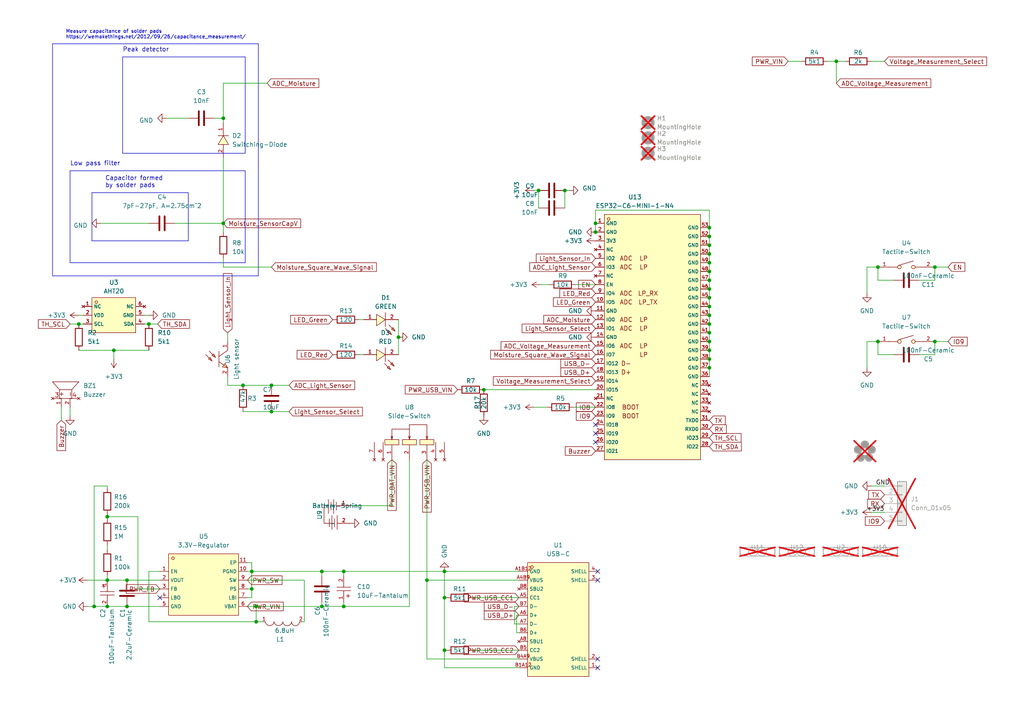
<source format=kicad_sch>
(kicad_sch (version 20230121) (generator eeschema)
  (paper "A4")
  (title_block (title "Blumy") (date "2023-05-12") (rev "1.0"))
  (lib_symbols
    (symbol "Connector_Generic:Conn_01x05" (pin_names (offset 1.016) hide)
      (property "Reference" "J" (at 0 7.62 0))
      (property "Value" "Conn_01x05" (at 0 -7.62 0))
      (symbol "Conn_01x05_1_1"
        (pin passive line (at -5.08 5.08 0) (length 3.81) (name "Pin_1") (number "1"))
        (pin passive line (at -5.08 2.54 0) (length 3.81) (name "Pin_2") (number "2"))
        (pin passive line (at -5.08 0 0) (length 3.81) (name "Pin_3") (number "3"))
        (pin passive line (at -5.08 -2.54 0) (length 3.81) (name "Pin_4") (number "4"))
        (pin passive line (at -5.08 -5.08 0) (length 3.81) (name "Pin_5") (number "5"))
      )
    )
    (symbol "Custom_Parts:AAA_Battery-Spring"
      (property "Reference" "U" (at 0 0 0))
      (symbol "AAA_Battery-Spring_1_1"
        (pin power_out line (at -3.81 -2.54 0) (length 3.81) (name "+") (number "1"))
        (pin power_out line (at -3.81 2.54 0) (length 3.81) (name "-") (number "2"))
      )
    )
    (symbol "Custom_Parts:AHT20-F"
      (property "Reference" "U" (at 0 1.27 0))
      (property "Value" "AHT20-F" (at 0 -2.54 0))
      (symbol "AHT20-F_0_1"
        (pin no_connect line (at -8.89 2.54 0) (length 2.54) (name "NC") (number "1"))
        (pin power_in line (at -8.89 0 0) (length 2.54) (name "VDD") (number "2"))
        (pin bidirectional line (at -8.89 -2.54 0) (length 2.54) (name "SCL") (number "3"))
        (pin bidirectional line (at 8.89 -2.54 180) (length 2.54) (name "SDA") (number "4"))
        (pin power_in line (at 8.89 0 180) (length 2.54) (name "GND") (number "5"))
        (pin no_connect line (at 8.89 2.54 180) (length 2.54) (name "NC") (number "6"))
      )
    )
    (symbol "Custom_Parts:ALS-PT19-315C_Light_Sensor" (pin_names hide)
      (property "Reference" "U" (at 0 1.27 0))
      (property "Value" "ALS-PT19-315C_Light_Sensor" (at 0 -2.54 0))
      (symbol "ALS-PT19-315C_Light_Sensor_1_1"
        (pin passive line (at 1.27 5.08 270) (length 2.54) (name "C") (number "1"))
        (pin passive line (at 1.27 -5.08 90) (length 2.54) (name "E") (number "2"))
      )
    )
    (symbol "Custom_Parts:Buzzer" (pin_names hide)
      (property "Reference" "B" (at 0 1.27 0))
      (property "Value" "Buzzer" (at 0 -2.54 0))
      (symbol "Buzzer_0_1"
        (pin input line (at -3.81 1.27 0) (length 2.54) (name "+") (number "1"))
        (pin power_in line (at -3.81 -1.27 0) (length 2.54) (name "2") (number "2"))
      )
      (symbol "Buzzer_1_1"
        (text "+" (at 0 1.27 0) (effects (font (size 1.27 1.27))))
        (text "-" (at 0 -1.27 0) (effects (font (size 1.27 1.27))))
        (pin no_connect line (at -1.27 3.81 270) (length 2.54) (name "NC") (number "3"))
        (pin no_connect line (at -1.27 -3.81 90) (length 2.54) (name "NC") (number "4"))
      )
    )
    (symbol "Custom_Parts:CD32YP0302-6R8M" (pin_names hide)
      (property "Reference" "L" (at 0 1.27 0))
      (property "Value" "CD32YP0302-6R8M" (at 0 -2.54 0))
      (symbol "CD32YP0302-6R8M_0_1"
        (pin passive line (at -5.08 0 0) (length 0.762) (name "1") (number "1"))
        (pin passive line (at 6.35 0 180) (length 0.762) (name "2") (number "2"))
      )
    )
    (symbol "Custom_Parts:ESP32-C6-MINI-1-N4"
      (property "Reference" "U" (at 0 41.91 0))
      (property "Value" "ESP32-C6-MINI-1-N4" (at 0 39.37 0))
      (symbol "ESP32-C6-MINI-1-N4_0_1"
        (pin bidirectional line (at -11.43 10.16 0) (length 2.54) (name "IO5") (number "10"))
        (pin power_in line (at -11.43 7.62 0) (length 2.54) (name "GND") (number "11"))
        (pin bidirectional line (at -11.43 5.08 0) (length 2.54) (name "IO0") (number "12"))
        (pin bidirectional line (at -11.43 2.54 0) (length 2.54) (name "IO1") (number "13"))
        (pin power_in line (at -11.43 0 0) (length 2.54) (name "GND") (number "14"))
        (pin bidirectional line (at -11.43 -2.54 0) (length 2.54) (name "IO6") (number "15"))
        (pin bidirectional line (at -11.43 -5.08 0) (length 2.54) (name "IO7") (number "16"))
        (pin bidirectional line (at -11.43 -7.62 0) (length 2.54) (name "IO12") (number "17"))
        (pin bidirectional line (at -11.43 -10.16 0) (length 2.54) (name "IO13") (number "18"))
        (pin bidirectional line (at -11.43 -12.7 0) (length 2.54) (name "IO14") (number "19"))
        (pin bidirectional line (at -11.43 -15.24 0) (length 2.54) (name "IO15") (number "20"))
        (pin no_connect line (at -11.43 -17.78 0) (length 2.54) (name "NC") (number "21"))
        (pin bidirectional line (at -11.43 -20.32 0) (length 2.54) (name "IO8") (number "22"))
        (pin bidirectional line (at -11.43 -22.86 0) (length 2.54) (name "IO9") (number "23"))
        (pin bidirectional line (at -11.43 -25.4 0) (length 2.54) (name "IO18") (number "24"))
        (pin bidirectional line (at -11.43 -27.94 0) (length 2.54) (name "IO19") (number "25"))
        (pin bidirectional line (at -11.43 -30.48 0) (length 2.54) (name "IO20") (number "26"))
        (pin bidirectional line (at -11.43 -33.02 0) (length 2.54) (name "IO21") (number "27"))
        (pin bidirectional line (at 21.59 -31.75 180) (length 2.54) (name "IO22") (number "28"))
        (pin bidirectional line (at 21.59 -29.21 180) (length 2.54) (name "IO23") (number "29"))
        (pin bidirectional line (at 21.59 -26.67 180) (length 2.54) (name "RXD0") (number "30"))
        (pin bidirectional line (at 21.59 -24.13 180) (length 2.54) (name "TXD0") (number "31"))
        (pin no_connect line (at 21.59 -21.59 180) (length 2.54) (name "NC") (number "32"))
        (pin no_connect line (at 21.59 -19.05 180) (length 2.54) (name "NC") (number "33"))
        (pin no_connect line (at 21.59 -16.51 180) (length 2.54) (name "NC") (number "34"))
        (pin no_connect line (at 21.59 -13.97 180) (length 2.54) (name "NC") (number "35"))
        (pin power_in line (at 21.59 -11.43 180) (length 2.54) (name "GND") (number "36"))
        (pin power_in line (at 21.59 -8.89 180) (length 2.54) (name "GND") (number "37"))
        (pin power_in line (at 21.59 -6.35 180) (length 2.54) (name "GND") (number "38"))
        (pin power_in line (at 21.59 -3.81 180) (length 2.54) (name "GND") (number "39"))
        (pin power_in line (at 21.59 -1.27 180) (length 2.54) (name "GND") (number "40"))
        (pin power_in line (at 21.59 1.27 180) (length 2.54) (name "GND") (number "41"))
        (pin power_in line (at 21.59 3.81 180) (length 2.54) (name "GND") (number "42"))
        (pin power_in line (at 21.59 6.35 180) (length 2.54) (name "GND") (number "43"))
        (pin power_in line (at 21.59 8.89 180) (length 2.54) (name "GND") (number "44"))
        (pin power_in line (at 21.59 11.43 180) (length 2.54) (name "GND") (number "45"))
        (pin power_in line (at 21.59 13.97 180) (length 2.54) (name "GND") (number "46"))
        (pin power_in line (at 21.59 16.51 180) (length 2.54) (name "GND") (number "47"))
        (pin power_in line (at 21.59 19.05 180) (length 2.54) (name "GND") (number "48"))
        (pin power_in line (at 21.59 21.59 180) (length 2.54) (name "GND") (number "49"))
        (pin bidirectional line (at -11.43 22.86 0) (length 2.54) (name "IO2") (number "5"))
        (pin power_in line (at 21.59 24.13 180) (length 2.54) (name "GND") (number "50"))
        (pin power_in line (at 21.59 26.67 180) (length 2.54) (name "GND") (number "51"))
        (pin power_in line (at 21.59 29.21 180) (length 2.54) (name "GND") (number "52"))
        (pin power_in line (at 21.59 31.75 180) (length 2.54) (name "GND") (number "53"))
        (pin bidirectional line (at -11.43 20.32 0) (length 2.54) (name "IO3") (number "6"))
        (pin no_connect line (at -11.43 17.78 0) (length 2.54) (name "NC") (number "7"))
        (pin input line (at -11.43 15.24 0) (length 2.54) (name "EN") (number "8"))
        (pin bidirectional line (at -11.43 12.7 0) (length 2.54) (name "IO4") (number "9"))
      )
      (symbol "ESP32-C6-MINI-1-N4_1_1"
        (text "ADC" (at -2.54 -2.54 0) (effects (font (size 1.27 1.27))))
        (text "ADC" (at -2.54 2.54 0) (effects (font (size 1.27 1.27))))
        (text "ADC" (at -2.54 5.08 0) (effects (font (size 1.27 1.27))))
        (text "ADC" (at -2.54 10.16 0) (effects (font (size 1.27 1.27))))
        (text "ADC" (at -2.54 12.7 0) (effects (font (size 1.27 1.27))))
        (text "ADC" (at -2.54 20.32 0) (effects (font (size 1.27 1.27))))
        (text "ADC" (at -2.54 22.86 0) (effects (font (size 1.27 1.27))))
        (text "BOOT" (at -1.27 -22.86 0) (effects (font (size 1.27 1.27))))
        (text "BOOT" (at -1.27 -20.32 0) (effects (font (size 1.27 1.27))))
        (text "D+" (at -2.54 -10.16 0) (effects (font (size 1.27 1.27))))
        (text "D-" (at -2.54 -7.62 0) (effects (font (size 1.27 1.27))))
        (text "LP" (at 2.54 -5.08 0) (effects (font (size 1.27 1.27))))
        (text "LP" (at 2.54 -2.54 0) (effects (font (size 1.27 1.27))))
        (text "LP" (at 2.54 2.54 0) (effects (font (size 1.27 1.27))))
        (text "LP" (at 2.54 5.08 0) (effects (font (size 1.27 1.27))))
        (text "LP" (at 2.54 20.32 0) (effects (font (size 1.27 1.27))))
        (text "LP" (at 2.54 22.86 0) (effects (font (size 1.27 1.27))))
        (text "LP_RX" (at 3.81 12.7 0) (effects (font (size 1.27 1.27))))
        (text "LP_TX" (at 3.81 10.16 0) (effects (font (size 1.27 1.27))))
        (pin power_in line (at -11.43 33.02 0) (length 2.54) (name "GND") (number "1"))
        (pin power_in line (at -11.43 30.48 0) (length 2.54) (name "GND") (number "2"))
        (pin power_in line (at -11.43 27.94 0) (length 2.54) (name "3V3") (number "3"))
        (pin no_connect line (at -11.43 25.4 0) (length 2.54) (name "NC") (number "4"))
      )
    )
    (symbol "Custom_Parts:Flower" (pin_names (offset 1.016)))
    (symbol "Custom_Parts:HC-TYPE-C-16P-01A-G"
      (property "Reference" "U" (at 0 1.27 0))
      (property "Value" "HC-TYPE-C-16P-01A-G" (at 0 -2.54 0))
      (symbol "HC-TYPE-C-16P-01A-G_0_1"
        (pin passive line (at 10.16 -12.7 180) (length 2.54) (name "SHELL") (number "1"))
        (pin passive line (at 10.16 -10.16 180) (length 2.54) (name "SHELL") (number "2"))
        (pin passive line (at 10.16 12.7 180) (length 2.54) (name "SHELL") (number "3"))
        (pin passive line (at 10.16 15.24 180) (length 2.54) (name "SHELL") (number "4"))
        (pin power_out line (at -12.7 15.24 0) (length 2.54) (name "GND") (number "A1B12"))
        (pin power_out line (at -12.7 12.7 0) (length 2.54) (name "VBUS") (number "A4B9"))
        (pin passive line (at -12.7 7.62 0) (length 2.54) (name "CC1") (number "A5"))
        (pin bidirectional line (at -12.7 2.54 0) (length 2.54) (name "D+") (number "A6"))
        (pin bidirectional line (at -12.7 0 0) (length 2.54) (name "D-") (number "A7"))
        (pin no_connect line (at -12.7 -5.08 0) (length 2.54) (name "SBU1") (number "A8"))
        (pin power_in line (at -12.7 -12.7 0) (length 2.54) (name "GND") (number "B1A12"))
        (pin power_in line (at -12.7 -10.16 0) (length 2.54) (name "VBUS") (number "B4A9"))
        (pin passive line (at -12.7 -7.62 0) (length 2.54) (name "CC2") (number "B5"))
        (pin bidirectional line (at -12.7 -2.54 0) (length 2.54) (name "D+") (number "B6"))
        (pin bidirectional line (at -12.7 5.08 0) (length 2.54) (name "D-") (number "B7"))
        (pin no_connect line (at -12.7 10.16 0) (length 2.54) (name "SBU2") (number "B8"))
      )
    )
    (symbol "Custom_Parts:Led_Green" (pin_names hide)
      (property "Reference" "LED" (at 0 1.27 0))
      (property "Value" "Led_Green" (at 0 -2.54 0))
      (symbol "Led_Green_1_1"
        (pin passive line (at 5.08 0 180) (length 3.81) (name "A") (number "1"))
        (pin passive line (at -5.08 0 0) (length 3.81) (name "K") (number "2"))
      )
    )
    (symbol "Custom_Parts:Led_Red" (pin_names hide)
      (property "Reference" "LED" (at 0 1.27 0))
      (property "Value" "Led_Red" (at 0 -2.54 0))
      (symbol "Led_Red_0_1"
        (pin passive line (at 5.08 0 180) (length 3.81) (name "+") (number "1"))
        (pin passive line (at -5.08 0 0) (length 3.81) (name "-") (number "2"))
      )
    )
    (symbol "Custom_Parts:MK-12C02-G025" (pin_names hide)
      (property "Reference" "U" (at 0 1.27 0))
      (property "Value" "MK-12C02-G025" (at 0 -2.54 0))
      (symbol "MK-12C02-G025_0_1"
        (pin no_connect line (at 7.62 -5.08 90) (length 5.08) (name "4") (number "4"))
        (pin no_connect line (at 10.16 -5.08 90) (length 5.08) (name "5") (number "5"))
        (pin no_connect line (at -7.62 -5.08 90) (length 5.08) (name "6") (number "6"))
        (pin no_connect line (at -10.16 -5.08 90) (length 5.08) (name "7") (number "7"))
      )
      (symbol "MK-12C02-G025_1_1"
        (pin power_in line (at -5.08 -5.08 90) (length 4.318) (name "1") (number "1"))
        (pin power_out line (at 0 -5.08 90) (length 4.318) (name "2") (number "2"))
        (pin power_in line (at 5.08 -5.08 90) (length 4.318) (name "3") (number "3"))
      )
    )
    (symbol "Custom_Parts:MouseBite5mm"
      (property "Reference" "U" (at 0 0 0))
    )
    (symbol "Custom_Parts:SOD-123-Switching-Diode" (pin_names hide)
      (property "Reference" "U" (at 0 1.27 0))
      (property "Value" "SOD-123-Switching-Diode" (at 0 -2.54 0))
      (symbol "SOD-123-Switching-Diode_1_1"
        (pin passive line (at -5.08 0 0) (length 3.81) (name "K") (number "1"))
        (pin passive line (at 5.08 0 180) (length 3.81) (name "A") (number "2"))
      )
    )
    (symbol "Custom_Parts:TAJA106K016RNJ" (pin_names hide)
      (property "Reference" "C" (at 0 1.27 0))
      (property "Value" "TAJA106K016RNJ" (at 0 -2.54 0))
      (symbol "TAJA106K016RNJ_0_1"
        (pin input line (at 3.81 0 180) (length 2.54) (name "1") (number "1"))
        (pin input line (at -3.81 0 0) (length 2.54) (name "2") (number "2"))
      )
    )
    (symbol "Custom_Parts:TAJB107K006RNJ" (pin_names hide)
      (property "Reference" "C" (at 0 1.27 0))
      (property "Value" "TAJB107K006RNJ" (at 0 -2.54 0))
      (symbol "TAJB107K006RNJ_0_1"
        (pin input line (at 3.81 0 180) (length 2.54) (name "1") (number "1"))
        (pin input line (at -3.81 0 0) (length 2.54) (name "2") (number "2"))
      )
    )
    (symbol "Custom_Parts:TPS61025DRCR"
      (property "Reference" "U" (at 0 1.27 0))
      (property "Value" "TPS61025DRCR" (at 0 -2.54 0))
      (symbol "TPS61025DRCR_0_1"
        (pin input line (at -12.7 2.54 0) (length 2.54) (name "EN") (number "1"))
        (pin power_in line (at 12.7 2.54 180) (length 2.54) (name "PGND") (number "10"))
        (pin passive line (at 12.7 5.08 180) (length 2.54) (name "EP") (number "11"))
        (pin power_out line (at -12.7 0 0) (length 2.54) (name "VOUT") (number "2"))
        (pin passive line (at -12.7 -2.54 0) (length 2.54) (name "FB") (number "3"))
        (pin passive line (at -12.7 -5.08 0) (length 2.54) (name "LBO") (number "4"))
        (pin power_in line (at -12.7 -7.62 0) (length 2.54) (name "GND") (number "5"))
        (pin power_in line (at 12.7 -7.62 180) (length 2.54) (name "VBAT") (number "6"))
        (pin passive line (at 12.7 -5.08 180) (length 2.54) (name "LBI") (number "7"))
        (pin input line (at 12.7 -2.54 180) (length 2.54) (name "PS") (number "8"))
        (pin input line (at 12.7 0 180) (length 2.54) (name "SW") (number "9"))
      )
    )
    (symbol "Custom_Parts:TS-1088-AR02016" (pin_names hide)
      (property "Reference" "U" (at 0 1.27 0))
      (property "Value" "TS-1088-AR02016" (at 0 -2.54 0))
      (symbol "TS-1088-AR02016_0_1"
        (pin passive line (at -7.62 0 0) (length 2.54) (name "1") (number "1"))
        (pin passive line (at 7.62 0 180) (length 2.54) (name "2") (number "2"))
      )
    )
    (symbol "Device:C" (pin_numbers hide) (pin_names (offset 0.254))
      (property "Reference" "C" (at 0.635 2.54 0))
      (property "Value" "C" (at 0.635 -2.54 0))
      (symbol "C_1_1"
        (pin passive line (at 0 3.81 270) (length 2.794) (name "~") (number "1"))
        (pin passive line (at 0 -3.81 90) (length 2.794) (name "~") (number "2"))
      )
    )
    (symbol "Device:R" (pin_numbers hide) (pin_names (offset 0))
      (property "Reference" "R" (at 2.032 0 90))
      (property "Value" "R" (at 0 0 90))
      (symbol "R_1_1"
        (pin passive line (at 0 3.81 270) (length 1.27) (name "~") (number "1"))
        (pin passive line (at 0 -3.81 90) (length 1.27) (name "~") (number "2"))
      )
    )
    (symbol "Mechanical:MountingHole" (pin_names (offset 1.016))
      (property "Reference" "H" (at 0 5.08 0))
      (property "Value" "MountingHole" (at 0 3.175 0))
    )
    (symbol "power:+3V3" (power) (pin_names (offset 0))
      (property "Value" "+3V3" (at 0 3.556 0))
      (symbol "+3V3_1_1"
        (pin power_in line (at 0 0 90) (length 0) hide (name "+3V3") (number "1"))
      )
    )
    (symbol "power:GND" (power) (pin_names (offset 0))
      (property "Value" "GND" (at 0 -3.81 0))
      (symbol "GND_1_1"
        (pin power_in line (at 0 0 270) (length 0) hide (name "GND") (number "1"))
      )
    )
  )
  (junction (at 205.74 81.28))
  (junction (at 254.635 99.06))
  (junction (at 205.74 101.6))
  (junction (at 205.74 83.82))
  (junction (at 99.695 175.895))
  (junction (at 242.57 17.78))
  (junction (at 73.025 170.815))
  (junction (at 115.57 97.79))
  (junction (at 73.025 165.735))
  (junction (at 93.345 165.735))
  (junction (at 254.635 77.47))
  (junction (at 36.83 175.895))
  (junction (at 205.74 93.98))
  (junction (at 33.02 101.6))
  (junction (at 205.74 68.58))
  (junction (at 78.74 111.76))
  (junction (at 163.83 55.245))
  (junction (at 205.74 91.44))
  (junction (at 78.74 119.38))
  (junction (at 205.74 71.12))
  (junction (at 205.74 86.36))
  (junction (at 123.825 168.275))
  (junction (at 93.345 175.895))
  (junction (at 43.18 93.98))
  (junction (at 205.74 88.9))
  (junction (at 205.74 66.04))
  (junction (at 205.74 78.74))
  (junction (at 205.74 73.66))
  (junction (at 205.74 96.52))
  (junction (at 31.115 175.895))
  (junction (at 271.145 99.06))
  (junction (at 36.83 168.275))
  (junction (at 205.74 106.68))
  (junction (at 31.115 168.275))
  (junction (at 156.21 55.245))
  (junction (at 31.115 149.86))
  (junction (at 27.305 175.895))
  (junction (at 205.74 104.14))
  (junction (at 22.86 93.98))
  (junction (at 64.77 64.77))
  (junction (at 128.905 188.595))
  (junction (at 74.295 180.34))
  (junction (at 172.72 64.77))
  (junction (at 128.905 173.355))
  (junction (at 172.72 67.31))
  (junction (at 99.695 165.735))
  (junction (at 64.77 34.29))
  (junction (at 205.74 76.2))
  (junction (at 205.74 99.06))
  (junction (at 271.145 77.47))
  (junction (at 140.335 113.03))
  (junction (at 70.485 111.76))
  (junction (at 128.905 165.735))
  (junction (at 74.295 175.895))
  (no_connect (at 173.355 168.275))
  (no_connect (at 173.355 165.735))
  (no_connect (at 46.355 173.355))
  (no_connect (at 173.355 191.135))
  (no_connect (at 173.355 193.675))
  (no_connect (at 172.72 125.73))
  (no_connect (at 172.72 123.19))
  (no_connect (at 172.72 128.27))
  (wire (pts (xy 128.905 188.595) (xy 128.905 193.675)))
  (wire (pts (xy 73.025 163.195) (xy 73.025 165.735)))
  (wire (pts (xy 66.04 109.22) (xy 66.04 111.76)))
  (wire (pts (xy 101.6 146.685) (xy 113.665 146.685)))
  (wire (pts (xy 99.695 175.895) (xy 118.745 175.895)))
  (wire (pts (xy 104.14 92.71) (xy 105.41 92.71)))
  (wire (pts (xy 205.74 96.52) (xy 205.74 99.06)))
  (wire (pts (xy 123.825 191.135) (xy 150.495 191.135)))
  (polyline (pts (xy 20.32 76.2) (xy 71.12 76.2)))
  (polyline (pts (xy 26.67 55.88) (xy 26.67 69.85)))
  (wire (pts (xy 159.385 82.55) (xy 156.845 82.55)))
  (wire (pts (xy 128.905 173.355) (xy 128.905 188.595)))
  (wire (pts (xy 205.74 91.44) (xy 205.74 93.98)))
  (wire (pts (xy 205.74 60.96) (xy 205.74 66.04)))
  (wire (pts (xy 31.115 158.115) (xy 31.115 159.385)))
  (polyline (pts (xy 54.61 69.85) (xy 54.61 55.88)))
  (wire (pts (xy 271.145 102.87) (xy 271.145 99.06)))
  (wire (pts (xy 205.74 99.06) (xy 205.74 101.6)))
  (wire (pts (xy 205.74 78.74) (xy 205.74 81.28)))
  (wire (pts (xy 240.03 17.78) (xy 242.57 17.78)))
  (wire (pts (xy 228.6 17.78) (xy 232.41 17.78)))
  (wire (pts (xy 33.02 101.6) (xy 43.18 101.6)))
  (wire (pts (xy 172.72 64.77) (xy 172.72 60.96)))
  (wire (pts (xy 78.74 119.38) (xy 83.82 119.38)))
  (wire (pts (xy 270.51 77.47) (xy 271.145 77.47)))
  (wire (pts (xy 71.755 165.735) (xy 73.025 165.735)))
  (wire (pts (xy 104.14 102.87) (xy 105.41 102.87)))
  (wire (pts (xy 205.74 68.58) (xy 205.74 71.12)))
  (polyline (pts (xy 15.24 12.7) (xy 74.93 12.7)))
  (wire (pts (xy 48.26 34.29) (xy 54.61 34.29)))
  (wire (pts (xy 22.86 93.98) (xy 24.13 93.98)))
  (wire (pts (xy 43.18 165.735) (xy 43.18 180.34)))
  (wire (pts (xy 205.74 106.68) (xy 205.74 109.22)))
  (wire (pts (xy 43.18 93.98) (xy 41.91 93.98)))
  (wire (pts (xy 93.345 174.625) (xy 93.345 175.895)))
  (wire (pts (xy 64.77 74.93) (xy 64.77 77.47)))
  (wire (pts (xy 150.495 175.895) (xy 149.225 175.895)))
  (wire (pts (xy 254.635 99.06) (xy 255.27 99.06)))
  (wire (pts (xy 140.335 113.03) (xy 172.72 113.03)))
  (wire (pts (xy 128.905 188.595) (xy 129.54 188.595)))
  (wire (pts (xy 22.86 91.44) (xy 24.13 91.44)))
  (wire (pts (xy 251.46 77.47) (xy 251.46 85.09)))
  (wire (pts (xy 31.115 141.605) (xy 31.115 140.97)))
  (wire (pts (xy 70.485 111.76) (xy 78.74 111.76)))
  (wire (pts (xy 128.905 165.735) (xy 128.905 173.355)))
  (wire (pts (xy 64.77 24.13) (xy 77.47 24.13)))
  (wire (pts (xy 66.04 111.76) (xy 70.485 111.76)))
  (wire (pts (xy 25.4 175.895) (xy 27.305 175.895)))
  (wire (pts (xy 252.73 140.97) (xy 256.54 140.97)))
  (wire (pts (xy 163.83 55.245) (xy 163.83 60.325)))
  (wire (pts (xy 123.825 133.35) (xy 123.825 168.275)))
  (wire (pts (xy 205.74 86.36) (xy 205.74 88.9)))
  (wire (pts (xy 46.355 170.815) (xy 40.005 170.815)))
  (wire (pts (xy 205.74 71.12) (xy 205.74 73.66)))
  (wire (pts (xy 205.74 83.82) (xy 205.74 86.36)))
  (polyline (pts (xy 15.24 80.01) (xy 74.93 80.01)))
  (wire (pts (xy 76.2 180.34) (xy 74.295 180.34)))
  (wire (pts (xy 99.695 165.735) (xy 128.905 165.735)))
  (wire (pts (xy 149.86 178.435) (xy 150.495 178.435)))
  (wire (pts (xy 36.83 175.895) (xy 46.355 175.895)))
  (wire (pts (xy 137.16 188.595) (xy 150.495 188.595)))
  (wire (pts (xy 31.115 168.275) (xy 36.83 168.275)))
  (wire (pts (xy 137.16 173.355) (xy 150.495 173.355)))
  (wire (pts (xy 251.46 99.06) (xy 251.46 106.68)))
  (wire (pts (xy 25.4 168.275) (xy 31.115 168.275)))
  (wire (pts (xy 205.74 88.9) (xy 205.74 91.44)))
  (wire (pts (xy 41.91 91.44) (xy 43.18 91.44)))
  (wire (pts (xy 149.225 180.975) (xy 150.495 180.975)))
  (wire (pts (xy 172.72 64.77) (xy 172.72 67.31)))
  (wire (pts (xy 205.74 93.98) (xy 205.74 96.52)))
  (wire (pts (xy 31.115 149.86) (xy 40.005 149.86)))
  (wire (pts (xy 99.695 175.895) (xy 99.695 174.625)))
  (wire (pts (xy 17.78 118.11) (xy 17.78 121.92)))
  (wire (pts (xy 113.665 146.685) (xy 113.665 133.35)))
  (wire (pts (xy 271.145 81.28) (xy 271.145 77.47)))
  (wire (pts (xy 252.73 17.78) (xy 256.54 17.78)))
  (wire (pts (xy 31.115 175.895) (xy 36.83 175.895)))
  (wire (pts (xy 88.265 168.275) (xy 88.265 180.34)))
  (wire (pts (xy 46.355 165.735) (xy 43.18 165.735)))
  (wire (pts (xy 115.57 97.79) (xy 115.57 102.87)))
  (wire (pts (xy 29.21 64.77) (xy 43.18 64.77)))
  (wire (pts (xy 242.57 17.78) (xy 242.57 24.13)))
  (wire (pts (xy 20.32 118.11) (xy 20.32 120.65)))
  (polyline (pts (xy 20.32 49.53) (xy 71.12 49.53)))
  (wire (pts (xy 254.635 102.87) (xy 254.635 99.06)))
  (wire (pts (xy 165.1 55.245) (xy 163.83 55.245)))
  (wire (pts (xy 252.73 148.59) (xy 256.54 148.59)))
  (wire (pts (xy 205.74 81.28) (xy 205.74 83.82)))
  (wire (pts (xy 64.77 77.47) (xy 78.74 77.47)))
  (wire (pts (xy 254.635 81.28) (xy 254.635 77.47)))
  (wire (pts (xy 128.905 173.355) (xy 129.54 173.355)))
  (wire (pts (xy 31.115 149.86) (xy 31.115 150.495)))
  (wire (pts (xy 128.905 193.675) (xy 150.495 193.675)))
  (wire (pts (xy 74.295 180.34) (xy 74.295 175.895)))
  (polyline (pts (xy 15.24 80.01) (xy 15.24 12.7)))
  (wire (pts (xy 271.145 77.47) (xy 274.955 77.47)))
  (wire (pts (xy 64.77 24.13) (xy 64.77 34.29)))
  (wire (pts (xy 205.74 66.04) (xy 205.74 68.58)))
  (wire (pts (xy 43.18 180.34) (xy 74.295 180.34)))
  (wire (pts (xy 172.72 118.11) (xy 166.37 118.11)))
  (wire (pts (xy 36.83 168.275) (xy 46.355 168.275)))
  (wire (pts (xy 271.145 99.06) (xy 274.955 99.06)))
  (wire (pts (xy 123.825 168.275) (xy 150.495 168.275)))
  (wire (pts (xy 20.32 93.98) (xy 22.86 93.98)))
  (wire (pts (xy 205.74 76.2) (xy 205.74 78.74)))
  (polyline (pts (xy 26.67 55.88) (xy 54.61 55.88)))
  (wire (pts (xy 33.02 101.6) (xy 33.02 104.14)))
  (polyline (pts (xy 20.32 49.53) (xy 20.32 76.2)))
  (wire (pts (xy 266.7 81.28) (xy 271.145 81.28)))
  (wire (pts (xy 259.08 81.28) (xy 254.635 81.28)))
  (wire (pts (xy 150.495 165.735) (xy 128.905 165.735)))
  (wire (pts (xy 172.72 82.55) (xy 167.005 82.55)))
  (wire (pts (xy 73.025 173.355) (xy 73.025 170.815)))
  (wire (pts (xy 62.23 34.29) (xy 64.77 34.29)))
  (wire (pts (xy 266.7 102.87) (xy 271.145 102.87)))
  (wire (pts (xy 31.115 167.005) (xy 31.115 168.275)))
  (polyline (pts (xy 26.67 69.85) (xy 54.61 69.85)))
  (polyline (pts (xy 35.56 44.45) (xy 71.12 44.45)))
  (polyline (pts (xy 35.56 16.51) (xy 35.56 44.45)))
  (wire (pts (xy 64.77 67.31) (xy 64.77 64.77)))
  (wire (pts (xy 40.005 170.815) (xy 40.005 149.86)))
  (wire (pts (xy 149.225 175.895) (xy 149.225 180.975)))
  (wire (pts (xy 205.74 73.66) (xy 205.74 76.2)))
  (wire (pts (xy 64.77 34.29) (xy 64.77 35.56)))
  (wire (pts (xy 115.57 92.71) (xy 115.57 97.79)))
  (wire (pts (xy 74.295 175.895) (xy 93.345 175.895)))
  (wire (pts (xy 74.295 175.895) (xy 71.755 175.895)))
  (wire (pts (xy 172.72 60.96) (xy 205.74 60.96)))
  (wire (pts (xy 99.695 165.735) (xy 99.695 167.005)))
  (wire (pts (xy 123.825 168.275) (xy 123.825 191.135)))
  (wire (pts (xy 71.755 173.355) (xy 73.025 173.355)))
  (wire (pts (xy 27.305 175.895) (xy 31.115 175.895)))
  (wire (pts (xy 50.8 64.77) (xy 64.77 64.77)))
  (wire (pts (xy 31.115 149.225) (xy 31.115 149.86)))
  (wire (pts (xy 66.04 96.52) (xy 66.04 99.06)))
  (wire (pts (xy 71.755 163.195) (xy 73.025 163.195)))
  (wire (pts (xy 78.74 111.76) (xy 83.82 111.76)))
  (wire (pts (xy 118.745 133.35) (xy 118.745 175.895)))
  (wire (pts (xy 93.345 165.735) (xy 93.345 167.005)))
  (wire (pts (xy 71.755 170.815) (xy 73.025 170.815)))
  (wire (pts (xy 150.495 183.515) (xy 149.86 183.515)))
  (wire (pts (xy 73.025 170.815) (xy 73.025 165.735)))
  (wire (pts (xy 64.77 45.72) (xy 64.77 64.77)))
  (wire (pts (xy 71.755 168.275) (xy 88.265 168.275)))
  (wire (pts (xy 31.115 140.97) (xy 27.305 140.97)))
  (wire (pts (xy 251.46 99.06) (xy 254.635 99.06)))
  (wire (pts (xy 149.86 183.515) (xy 149.86 178.435)))
  (wire (pts (xy 242.57 17.78) (xy 245.11 17.78)))
  (wire (pts (xy 158.75 118.11) (xy 154.94 118.11)))
  (wire (pts (xy 27.305 140.97) (xy 27.305 175.895)))
  (wire (pts (xy 254.635 77.47) (xy 255.27 77.47)))
  (wire (pts (xy 88.265 180.34) (xy 87.63 180.34)))
  (polyline (pts (xy 71.12 16.51) (xy 35.56 16.51)))
  (wire (pts (xy 22.86 101.6) (xy 33.02 101.6)))
  (wire (pts (xy 93.345 175.895) (xy 99.695 175.895)))
  (wire (pts (xy 205.74 104.14) (xy 205.74 106.68)))
  (polyline (pts (xy 71.12 76.2) (xy 71.12 49.53)))
  (wire (pts (xy 156.21 55.245) (xy 156.21 60.325)))
  (wire (pts (xy 73.025 165.735) (xy 93.345 165.735)))
  (polyline (pts (xy 71.12 16.51) (xy 71.12 44.45)))
  (wire (pts (xy 259.08 102.87) (xy 254.635 102.87)))
  (wire (pts (xy 45.72 93.98) (xy 43.18 93.98)))
  (polyline (pts (xy 74.93 12.7) (xy 74.93 80.01)))
  (wire (pts (xy 93.345 165.735) (xy 99.695 165.735)))
  (wire (pts (xy 251.46 77.47) (xy 254.635 77.47)))
  (wire (pts (xy 205.74 101.6) (xy 205.74 104.14)))
  (wire (pts (xy 70.485 119.38) (xy 78.74 119.38)))
  (wire (pts (xy 154.94 55.245) (xy 156.21 55.245)))
  (wire (pts (xy 270.51 99.06) (xy 271.145 99.06)))
  (text "Capacitor formed\nby solder pads" (at 30.48 54.61 0) (effects (font (size 1.27 1.27)) (justify left bottom)))
  (text "Measure capacitance of solder pads\nhttps://wemakethings.net/2012/09/26/capacitance_measurement/" (at 19.05 11.43 0) (effects (font (size 1 1)) (justify left bottom)))
  (text "Peak detector" (at 35.56 15.24 0) (effects (font (size 1.27 1.27)) (justify left bottom)))
  (text "Low pass filter" (at 20.32 48.26 0) (effects (font (size 1.27 1.27)) (justify left bottom)))
  (label "+3V3" (at 256.54 148.59 180))
  (label "GND" (at 254 140.97 0))
  (global_label "Light_Sensor_Select" (shape input) (at 83.82 119.38 0) (property "Intersheetrefs" "${INTERSHEET_REFS}" (effects hide)))
  (global_label "IO9" (shape input) (at 274.955 99.06 0) (property "Intersheetrefs" "${INTERSHEET_REFS}" (effects hide)))
  (global_label "Buzzer" (shape input) (at 172.72 130.81 180) (property "Intersheetrefs" "${INTERSHEET_REFS}" (effects hide)))
  (global_label "USB_D+" (shape input) (at 172.72 107.95 180) (property "Intersheetrefs" "${INTERSHEET_REFS}" (effects hide)))
  (global_label "USB_D-" (shape input) (at 150.495 175.895 180) (property "Intersheetrefs" "${INTERSHEET_REFS}" (effects hide)))
  (global_label "ADC_Moisture" (shape input) (at 77.47 24.13 0) (property "Intersheetrefs" "${INTERSHEET_REFS}" (effects hide)))
  (global_label "Buzzer" (shape input) (at 17.78 121.92 270) (property "Intersheetrefs" "${INTERSHEET_REFS}" (effects hide)))
  (global_label "PWR_USB_VIN" (shape input) (at 132.715 113.03 180) (property "Intersheetrefs" "${INTERSHEET_REFS}" (effects hide)))
  (global_label "ADC_Voltage_Measurement" (shape input) (at 172.72 100.33 180) (property "Intersheetrefs" "${INTERSHEET_REFS}" (effects hide)))
  (global_label "ADC_Voltage_Measurement" (shape input) (at 242.57 24.13 0) (property "Intersheetrefs" "${INTERSHEET_REFS}" (effects hide)))
  (global_label "Voltage_Measurement_Select" (shape input) (at 172.72 110.49 180) (property "Intersheetrefs" "${INTERSHEET_REFS}" (effects hide)))
  (global_label "TH_SCL" (shape input) (at 205.74 127 0) (property "Intersheetrefs" "${INTERSHEET_REFS}" (effects hide)))
  (global_label "TX" (shape input) (at 256.54 143.51 180) (property "Intersheetrefs" "${INTERSHEET_REFS}" (effects hide)))
  (global_label "PWR_BAT_VIN" (shape input) (at 113.665 133.35 270) (property "Intersheetrefs" "${INTERSHEET_REFS}" (effects hide)))
  (global_label "PWR_VIN" (shape input) (at 228.6 17.78 180) (property "Intersheetrefs" "${INTERSHEET_REFS}" (effects hide)))
  (global_label "ADC_Light_Sensor" (shape input) (at 83.82 111.76 0) (property "Intersheetrefs" "${INTERSHEET_REFS}" (effects hide)))
  (global_label "PWR_USB_CC1" (shape input) (at 150.495 173.355 180) (property "Intersheetrefs" "${INTERSHEET_REFS}" (effects hide)))
  (global_label "LED_Red" (shape input) (at 96.52 102.87 180) (property "Intersheetrefs" "${INTERSHEET_REFS}" (effects hide)))
  (global_label "PWR_USB_CC2" (shape input) (at 150.495 188.595 180) (property "Intersheetrefs" "${INTERSHEET_REFS}" (effects hide)))
  (global_label "RX" (shape input) (at 256.54 146.05 180) (property "Intersheetrefs" "${INTERSHEET_REFS}" (effects hide)))
  (global_label "ADC_Moisture" (shape input) (at 172.72 92.71 180) (property "Intersheetrefs" "${INTERSHEET_REFS}" (effects hide)))
  (global_label "LED_Green" (shape input) (at 172.72 87.63 180) (property "Intersheetrefs" "${INTERSHEET_REFS}" (effects hide)))
  (global_label "PWR_SW" (shape input) (at 71.755 168.275 0) (property "Intersheetrefs" "${INTERSHEET_REFS}" (effects hide)))
  (global_label "Light_Sensor_Select" (shape input) (at 172.72 95.25 180) (property "Intersheetrefs" "${INTERSHEET_REFS}" (effects hide)))
  (global_label "USB_D-" (shape input) (at 172.72 105.41 180) (property "Intersheetrefs" "${INTERSHEET_REFS}" (effects hide)))
  (global_label "Moisture_Square_Wave_Signal" (shape input) (at 172.72 102.87 180) (property "Intersheetrefs" "${INTERSHEET_REFS}" (effects hide)))
  (global_label "PWR_VIN" (shape input) (at 71.755 175.895 0) (property "Intersheetrefs" "${INTERSHEET_REFS}" (effects hide)))
  (global_label "RX" (shape input) (at 205.74 124.46 0) (property "Intersheetrefs" "${INTERSHEET_REFS}" (effects hide)))
  (global_label "LED_Red" (shape input) (at 172.72 85.09 180) (property "Intersheetrefs" "${INTERSHEET_REFS}" (effects hide)))
  (global_label "TH_SDA" (shape input) (at 45.72 93.98 0) (property "Intersheetrefs" "${INTERSHEET_REFS}" (effects hide)))
  (global_label "PWR_USB_VIN" (shape input) (at 123.825 133.35 270) (property "Intersheetrefs" "${INTERSHEET_REFS}" (effects hide)))
  (global_label "PWR_FB" (shape input) (at 46.355 170.815 180) (property "Intersheetrefs" "${INTERSHEET_REFS}" (effects hide)))
  (global_label "TH_SDA" (shape input) (at 205.74 129.54 0) (property "Intersheetrefs" "${INTERSHEET_REFS}" (effects hide)))
  (global_label "LED_Green" (shape input) (at 96.52 92.71 180) (property "Intersheetrefs" "${INTERSHEET_REFS}" (effects hide)))
  (global_label "IO8" (shape input) (at 172.72 118.11 180) (property "Intersheetrefs" "${INTERSHEET_REFS}" (effects hide)))
  (global_label "USB_D+" (shape input) (at 150.495 178.435 180) (property "Intersheetrefs" "${INTERSHEET_REFS}" (effects hide)))
  (global_label "ADC_Light_Sensor" (shape input) (at 172.72 77.47 180) (property "Intersheetrefs" "${INTERSHEET_REFS}" (effects hide)))
  (global_label "EN" (shape input) (at 172.72 82.55 180) (property "Intersheetrefs" "${INTERSHEET_REFS}" (effects hide)))
  (global_label "EN" (shape input) (at 274.955 77.47 0) (property "Intersheetrefs" "${INTERSHEET_REFS}" (effects hide)))
  (global_label "TX" (shape input) (at 205.74 121.92 0) (property "Intersheetrefs" "${INTERSHEET_REFS}" (effects hide)))
  (global_label "Light_Sensor_In" (shape input) (at 66.04 96.52 90) (property "Intersheetrefs" "${INTERSHEET_REFS}" (effects hide)))
  (global_label "Voltage_Measurement_Select" (shape input) (at 256.54 17.78 0) (property "Intersheetrefs" "${INTERSHEET_REFS}" (effects hide)))
  (global_label "Moisture_Square_Wave_Signal" (shape input) (at 78.74 77.47 0) (property "Intersheetrefs" "${INTERSHEET_REFS}" (effects hide)))
  (global_label "TH_SCL" (shape input) (at 20.32 93.98 180) (property "Intersheetrefs" "${INTERSHEET_REFS}" (effects hide)))
  (global_label "IO9" (shape input) (at 172.72 120.65 180) (property "Intersheetrefs" "${INTERSHEET_REFS}" (effects hide)))
  (global_label "Light_Sensor_In" (shape input) (at 172.72 74.93 180) (property "Intersheetrefs" "${INTERSHEET_REFS}" (effects hide)))
  (global_label "Moisture_SensorCapV" (shape input) (at 64.77 64.77 0) (property "Intersheetrefs" "${INTERSHEET_REFS}" (effects hide)))
  (global_label "IO9" (shape input) (at 256.54 151.13 180) (property "Intersheetrefs" "${INTERSHEET_REFS}" (effects hide)))
  (symbol (lib_id "Device:C") (at 36.83 172.085 180) (unit 1)
    (property "Reference" "C1" (at 35.56 177.8 90))
    (property "Value" "2.2uF-Ceramic" (at 37.465 184.15 90))
    (property "Footprint" "Capacitor_SMD:C_0402_1005Metric" (effects hide))
    (property "LCSC" "C12530" (effects hide))
    (property "MPN" "C12530" (effects hide))
  )
  (symbol (lib_id "Device:C") (at 78.74 115.57 0) (unit 1)
    (property "Reference" "C7" (at 76.2 113.03 0) (effects (justify left)))
    (property "Value" "10uF" (at 76.2 118.11 0) (effects (justify left)))
    (property "Footprint" "Capacitor_SMD:C_0402_1005Metric" (effects hide))
    (property "LCSC" "C15525" (effects hide))
    (property "MPN" "C15525" (effects hide))
  )
  (symbol (lib_id "power:GND") (at 43.18 91.44 90) (unit 1)
    (property "Reference" "#PWR016" (effects hide))
    (property "Value" "GND" (at 46.99 91.44 90) (effects (justify right)))
  )
  (symbol (lib_id "Custom_Parts:TS-1088-AR02016") (at 262.89 77.47 0) (unit 1)
    (property "Reference" "U4" (at 262.89 70.485 0))
    (property "Value" "Tactile-Switch" (at 262.89 73.025 0))
    (property "Footprint" "CustomFootprints:SW-SMD_L3.9-W3.0-P4.45" (effects hide))
    (property "Datasheet" "https://item.szlcsc.com/457636.html" (effects hide))
    (property "LCSC" "C720477" (effects hide))
    (property "MPN" "C720477" (effects hide))
  )
  (symbol (lib_id "Custom_Parts:MouseBite5mm") (at 255.27 160.02 0) (unit 1) (in_bom no) (dnp yes)
    (property "Reference" "U10" (at 255.27 158.75 0))
    (property "Value" "~" (at 255.27 160.02 0))
    (property "Footprint" "CustomFootprints:MouseBites5mm" (effects hide))
    (property "MPN" "/" (effects hide))
  )
  (symbol (lib_id "power:GND") (at 251.46 106.68 0) (unit 1)
    (property "Reference" "#PWR012" (effects hide))
    (property "Value" "GND" (at 251.46 111.76 0))
  )
  (symbol (lib_id "power:GND") (at 172.72 97.79 270) (unit 1)
    (property "Reference" "#PWR06" (effects hide))
    (property "Value" "GND" (at 168.91 97.79 90) (effects (justify right)))
  )
  (symbol (lib_id "Device:C") (at 160.02 60.325 90) (unit 1)
    (property "Reference" "C8" (at 153.67 59.055 90))
    (property "Value" "10nF" (at 153.67 61.595 90))
    (property "Footprint" "Capacitor_SMD:C_0402_1005Metric" (effects hide))
    (property "LCSC" "C15195" (effects hide))
    (property "MPN" "C15195" (effects hide))
  )
  (symbol (lib_id "Device:R") (at 31.115 154.305 180) (unit 1)
    (property "Reference" "R15" (at 33.02 153.035 0) (effects (justify right)))
    (property "Value" "1M" (at 33.02 155.575 0) (effects (justify right)))
    (property "Footprint" "Resistor_SMD:R_0402_1005Metric" (effects hide))
    (property "LCSC" "C26083" (effects hide))
    (property "MPN" "C26083" (effects hide))
  )
  (symbol (lib_id "power:GND") (at 172.72 67.31 270) (unit 1)
    (property "Reference" "#PWR03" (effects hide))
    (property "Value" "GND" (at 168.91 67.31 90) (effects (justify right)))
  )
  (symbol (lib_id "power:GND") (at 48.26 34.29 270) (unit 1)
    (property "Reference" "#PWR013" (effects hide))
    (property "Value" "GND" (at 44.45 34.925 90) (effects (justify right)))
  )
  (symbol (lib_id "power:GND") (at 115.57 97.79 90) (unit 1)
    (property "Reference" "#PWR022" (effects hide))
    (property "Value" "GND" (at 119.38 97.79 90) (effects (justify right)))
  )
  (symbol (lib_id "Mechanical:MountingHole") (at 187.96 35.56 0) (unit 1) (in_bom no) (dnp yes)
    (property "Reference" "H1" (at 190.5 34.29 0) (effects (justify left)))
    (property "Value" "MountingHole" (at 190.5 36.83 0) (effects (justify left)))
    (property "Footprint" "MountingHole:MountingHole_3.2mm_M3" (effects hide))
    (property "MPN" "/" (effects hide))
  )
  (symbol (lib_id "power:+3V3") (at 33.02 104.14 180) (unit 1)
    (property "Reference" "#PWR023" (effects hide))
    (property "Value" "+3V3" (at 33.02 109.22 0))
  )
  (symbol (lib_id "Custom_Parts:TPS61025DRCR") (at 59.055 168.275 0) (unit 1)
    (property "Reference" "U5" (at 59.055 155.575 0))
    (property "Value" "3.3V-Regulator" (at 59.055 158.115 0))
    (property "Footprint" "CustomFootprints:VSON-10_L3.0-W3.0-P0.50-BL-EP_TPS62410DRCR" (effects hide))
    (property "Datasheet" "https://item.szlcsc.com/55588.html" (effects hide))
    (property "LCSC" "C71369" (effects hide))
    (property "MPN" "C71369" (effects hide))
  )
  (symbol (lib_id "power:GND") (at 252.73 140.97 270) (unit 1)
    (property "Reference" "#PWR01" (effects hide))
    (property "Value" "GND" (at 248.92 140.97 90) (effects (justify right)))
  )
  (symbol (lib_id "Custom_Parts:MouseBite5mm") (at 243.84 160.02 0) (unit 1) (in_bom no) (dnp yes)
    (property "Reference" "U2" (at 243.84 158.75 0))
    (property "Value" "~" (at 243.84 160.02 0))
    (property "Footprint" "CustomFootprints:MouseBites5mm" (effects hide))
    (property "MPN" "/" (effects hide))
  )
  (symbol (lib_id "Custom_Parts:Led_Green") (at 110.49 92.71 180) (unit 1)
    (property "Reference" "D1" (at 111.887 86.36 0))
    (property "Value" "GREEN" (at 111.887 88.9 0))
    (property "Footprint" "CustomFootprints:LED0805-R-RD" (effects hide))
    (property "Datasheet" "https://item.szlcsc.com/88042.html" (effects hide))
    (property "LCSC" "C2297" (effects hide))
    (property "MPN" "C2297" (effects hide))
  )
  (symbol (lib_id "Device:R") (at 140.335 116.84 0) (unit 1)
    (property "Reference" "R17" (at 138.43 118.745 90) (effects (justify left)))
    (property "Value" "20k" (at 140.335 118.745 90) (effects (justify left)))
    (property "Footprint" "Resistor_SMD:R_0402_1005Metric" (effects hide))
    (property "LCSC" "C25765" (effects hide))
    (property "MPN" "C25765" (effects hide))
  )
  (symbol (lib_id "power:+3V3") (at 22.86 91.44 90) (unit 1)
    (property "Reference" "#PWR015" (effects hide))
    (property "Value" "+3V3" (at 19.05 91.44 90) (effects (justify left)))
  )
  (symbol (lib_id "Custom_Parts:TS-1088-AR02016") (at 262.89 99.06 0) (unit 1)
    (property "Reference" "U7" (at 262.89 92.075 0))
    (property "Value" "Tactile-Switch" (at 262.89 94.615 0))
    (property "Footprint" "CustomFootprints:SW-SMD_L3.9-W3.0-P4.45" (effects hide))
    (property "Datasheet" "https://item.szlcsc.com/457636.html" (effects hide))
    (property "LCSC" "C720477" (effects hide))
    (property "MPN" "C720477" (effects hide))
  )
  (symbol (lib_id "power:GND") (at 128.905 165.735 180) (unit 1)
    (property "Reference" "#PWR024" (effects hide))
    (property "Value" "GND" (at 128.905 161.925 90) (effects (justify right)))
  )
  (symbol (lib_id "Device:R") (at 236.22 17.78 90) (unit 1)
    (property "Reference" "R4" (at 236.22 15.24 90))
    (property "Value" "5k1" (at 236.22 17.78 90))
    (property "Footprint" "Resistor_SMD:R_0402_1005Metric" (effects hide))
    (property "LCSC" "C25905" (effects hide))
    (property "MPN" "C25905" (effects hide))
  )
  (symbol (lib_id "power:GND") (at 29.21 64.77 270) (unit 1)
    (property "Reference" "#PWR014" (effects hide))
    (property "Value" "GND" (at 25.4 65.405 90) (effects (justify right)))
  )
  (symbol (lib_id "Device:C") (at 262.89 81.28 270) (unit 1)
    (property "Reference" "C11" (at 269.24 82.55 90))
    (property "Value" "100nF-Ceramic" (at 269.24 80.01 90))
    (property "Footprint" "Capacitor_SMD:C_0402_1005Metric" (effects hide))
    (property "LCSC" "C1525" (effects hide))
    (property "MPN" "C1525" (effects hide))
  )
  (symbol (lib_id "Device:R") (at 248.92 17.78 90) (unit 1)
    (property "Reference" "R6" (at 248.92 15.24 90))
    (property "Value" "2k" (at 248.92 17.78 90))
    (property "Footprint" "Resistor_SMD:R_0402_1005Metric" (effects hide))
    (property "LCSC" "C4109" (effects hide))
    (property "MPN" "C4109" (effects hide))
  )
  (symbol (lib_id "Mechanical:MountingHole") (at 187.96 44.45 0) (unit 1) (in_bom no) (dnp yes)
    (property "Reference" "H3" (at 190.5 43.18 0) (effects (justify left)))
    (property "Value" "MountingHole" (at 190.5 45.72 0) (effects (justify left)))
    (property "Footprint" "MountingHole:MountingHole_3.2mm_M3" (effects hide))
    (property "MPN" "/" (effects hide))
  )
  (symbol (lib_id "Mechanical:MountingHole") (at 187.96 40.005 0) (unit 1) (in_bom no) (dnp yes)
    (property "Reference" "H2" (at 190.5 38.735 0) (effects (justify left)))
    (property "Value" "MountingHole" (at 190.5 41.275 0) (effects (justify left)))
    (property "Footprint" "MountingHole:MountingHole_3.2mm_M3" (effects hide))
    (property "MPN" "/" (effects hide))
  )
  (symbol (lib_id "Device:C") (at 160.02 55.245 90) (unit 1)
    (property "Reference" "C9" (at 153.67 53.975 90))
    (property "Value" "10uF" (at 153.67 56.515 90))
    (property "Footprint" "Capacitor_SMD:C_0402_1005Metric" (effects hide))
    (property "LCSC" "C15525" (effects hide))
    (property "MPN" "C15525" (effects hide))
  )
  (symbol (lib_id "Device:R") (at 133.35 188.595 90) (unit 1)
    (property "Reference" "R12" (at 133.35 186.055 90))
    (property "Value" "5k1" (at 133.35 188.595 90))
    (property "Footprint" "Resistor_SMD:R_0402_1005Metric" (effects hide))
    (property "LCSC" "C25905" (effects hide))
    (property "MPN" "C25905" (effects hide))
  )
  (symbol (lib_id "Custom_Parts:Flower") (at 250.825 130.81 0) (unit 1) (in_bom no) (dnp yes)
    (property "Reference" "Flower1" (effects hide))
    (property "Value" "Flower" (effects hide))
    (property "Footprint" "CustomFootprints:Flower" (effects hide))
  )
  (symbol (lib_id "Custom_Parts:ALS-PT19-315C_Light_Sensor") (at 64.77 104.14 0) (unit 1)
    (property "Reference" "U6" (at 66.04 104.14 90))
    (property "Value" "Light sensor" (at 68.58 104.14 90))
    (property "Footprint" "CustomFootprints:SENSORS-SMD_ALS-PT19" (effects hide))
    (property "Datasheet" "https://item.szlcsc.com/157565.html" (effects hide))
    (property "LCSC" "C146233" (effects hide))
    (property "MPN" "C146233" (effects hide))
  )
  (symbol (lib_id "Device:C") (at 93.345 170.815 180) (unit 1)
    (property "Reference" "C6" (at 92.075 177.165 90))
    (property "Value" "100nF-Ceramic" (at 94.615 177.165 90))
    (property "Footprint" "Capacitor_SMD:C_0402_1005Metric" (effects hide))
    (property "LCSC" "C1525" (effects hide))
    (property "MPN" "C1525" (effects hide))
  )
  (symbol (lib_id "Custom_Parts:CD32YP0302-6R8M") (at 81.28 180.34 0) (unit 1)
    (property "Reference" "L1" (at 81.28 185.42 0))
    (property "Value" "6.8uH" (at 82.55 182.88 0))
    (property "Footprint" "CustomFootprints:IND-SMD_L3.5-W3.0" (effects hide))
    (property "Datasheet" "https://item.szlcsc.com/392683.html" (effects hide))
    (property "LCSC" "C492260" (effects hide))
    (property "MPN" "C492260" (effects hide))
  )
  (symbol (lib_id "Custom_Parts:TAJB107K006RNJ") (at 31.115 172.085 90) (unit 1)
    (property "Reference" "C2" (at 29.845 176.53 0) (effects (justify right)))
    (property "Value" "100uF-Tantalum" (at 32.385 176.53 0) (effects (justify right)))
    (property "Footprint" "CustomFootprints:CASE-B_3528" (effects hide))
    (property "Datasheet" "https://img.jlc.com/pdf/applyPasteComponent/2021-05-29/507681S/b3196547ade04cd291a1b09ea1ee2ece/C7199_22UF.PDF" (effects hide))
    (property "LCSC" "C16133" (effects hide))
    (property "MPN" "C16133" (effects hide))
  )
  (symbol (lib_id "power:GND") (at 101.6 151.765 90) (unit 1)
    (property "Reference" "#PWR07" (effects hide))
    (property "Value" "GND" (at 105.41 151.765 90) (effects (justify right)))
  )
  (symbol (lib_id "Device:R") (at 43.18 97.79 0) (unit 1)
    (property "Reference" "R10" (at 45.72 96.52 0) (effects (justify left)))
    (property "Value" "5k1" (at 45.72 99.06 0) (effects (justify left)))
    (property "Footprint" "Resistor_SMD:R_0402_1005Metric" (effects hide))
    (property "LCSC" "C25905" (effects hide))
    (property "MPN" "C25905" (effects hide))
  )
  (symbol (lib_id "power:+3V3") (at 154.94 55.245 90) (unit 1)
    (property "Reference" "#PWR020" (effects hide))
    (property "Value" "+3V3" (at 149.86 55.245 0))
  )
  (symbol (lib_id "power:+3V3") (at 25.4 168.275 90) (unit 1)
    (property "Reference" "#PWR026" (effects hide))
    (property "Value" "+3V3" (at 22.225 168.275 90) (effects (justify left)))
  )
  (symbol (lib_id "power:+3V3") (at 156.845 82.55 90) (unit 1)
    (property "Reference" "#PWR011" (effects hide))
    (property "Value" "+3V3" (at 153.035 82.55 90) (effects (justify left)))
  )
  (symbol (lib_id "Custom_Parts:MouseBite5mm") (at 219.71 160.02 0) (unit 1) (in_bom no) (dnp yes)
    (property "Reference" "U11" (at 219.71 158.75 0))
    (property "Value" "~" (at 219.71 160.02 0))
    (property "Footprint" "CustomFootprints:MouseBites5mm" (effects hide))
    (property "MPN" "/" (effects hide))
  )
  (symbol (lib_id "Device:R") (at 163.195 82.55 90) (unit 1)
    (property "Reference" "R9" (at 163.195 80.01 90))
    (property "Value" "10k" (at 163.195 82.55 90))
    (property "Footprint" "Resistor_SMD:R_0402_1005Metric" (effects hide))
    (property "LCSC" "C25744" (effects hide))
    (property "MPN" "C25744" (effects hide))
  )
  (symbol (lib_id "Custom_Parts:MK-12C02-G025") (at 118.745 128.27 0) (unit 1)
    (property "Reference" "U8" (at 118.745 118.11 0))
    (property "Value" "Slide-Switch" (at 118.745 120.65 0))
    (property "Footprint" "CustomFootprints:SW-SMD_MK-12C02-G025" (effects hide))
    (property "Datasheet" "https://item.szlcsc.com/826787.html" (effects hide))
    (property "LCSC" "C778186" (effects hide))
    (property "MPN" "C778186" (effects hide))
    (property "JLCPCB Position Offset" "0,0,-0.5" (effects hide))
  )
  (symbol (lib_id "Custom_Parts:SOD-123-Switching-Diode") (at 64.77 40.64 270) (unit 1)
    (property "Reference" "D2" (at 67.31 39.37 90) (effects (justify left)))
    (property "Value" "Switching-Diode" (at 67.31 41.91 90) (effects (justify left)))
    (property "Footprint" "CustomFootprints:SOD-123F_L2.7-W1.6-LS3.8-RD" (effects hide))
    (property "Datasheet" "http://www.jinghenggroup.com/DATABOOK2010/10ZENER/MM1Z2V0THRUMM1Z120SOD123.pdf" (effects hide))
    (property "LCSC" "C81598" (effects hide))
    (property "MPN" "C81598" (effects hide))
  )
  (symbol (lib_id "Device:C") (at 58.42 34.29 90) (unit 1)
    (property "Reference" "C3" (at 58.42 26.67 90))
    (property "Value" "10nF" (at 58.42 29.21 90))
    (property "Footprint" "Capacitor_SMD:C_0402_1005Metric" (effects hide))
    (property "LCSC" "C15195" (effects hide))
    (property "MPN" "C15195" (effects hide))
  )
  (symbol (lib_id "power:GND") (at 140.335 120.65 0) (unit 1)
    (property "Reference" "#PWR09" (effects hide))
    (property "Value" "GND" (at 140.335 125.73 0))
  )
  (symbol (lib_id "power:+3V3") (at 252.73 148.59 90) (unit 1)
    (property "Reference" "#PWR02" (effects hide))
    (property "Value" "+3V3" (at 248.92 148.59 90) (effects (justify left)))
  )
  (symbol (lib_id "Device:R") (at 133.35 173.355 90) (unit 1)
    (property "Reference" "R11" (at 133.35 170.815 90))
    (property "Value" "5k1" (at 133.35 173.355 90))
    (property "Footprint" "Resistor_SMD:R_0402_1005Metric" (effects hide))
    (property "LCSC" "C25905" (effects hide))
    (property "MPN" "C25905" (effects hide))
  )
  (symbol (lib_id "Device:R") (at 100.33 102.87 90) (unit 1)
    (property "Reference" "R14" (at 100.33 100.33 90))
    (property "Value" "120" (at 100.33 102.87 90))
    (property "Footprint" "Resistor_SMD:R_0402_1005Metric" (effects hide))
    (property "LCSC" "C25079" (effects hide))
    (property "MPN" "C25079" (effects hide))
  )
  (symbol (lib_id "Device:R") (at 162.56 118.11 270) (mirror x) (unit 1)
    (property "Reference" "R5" (at 162.56 115.57 90))
    (property "Value" "10k" (at 162.56 118.11 90))
    (property "Footprint" "Resistor_SMD:R_0402_1005Metric" (effects hide))
    (property "LCSC" "C25744" (effects hide))
    (property "MPN" "C25744" (effects hide))
  )
  (symbol (lib_id "Custom_Parts:HC-TYPE-C-16P-01A-G") (at 163.195 180.975 0) (unit 1)
    (property "Reference" "U1" (at 161.925 158.115 0))
    (property "Value" "USB-C" (at 161.925 160.655 0))
    (property "Footprint" "CustomFootprints:USB-C-SMD_G-SWITCH_GT-USB-7010EN" (effects hide))
    (property "Datasheet" "https://atta.szlcsc.com/upload/public/pdf/source/20220429/DBF6CF34305C712BCF88AF8C50C2E7F9.pdf" (effects hide))
    (property "LCSC" "C2997435" (effects hide))
    (property "MPN" "C2997435" (effects hide))
  )
  (symbol (lib_id "Custom_Parts:ESP32-C6-MINI-1-N4") (at 184.15 97.79 0) (unit 1)
    (property "Reference" "U13" (at 184.15 57.15 0))
    (property "Value" "ESP32-C6-MINI-1-N4" (at 184.15 59.69 0))
    (property "Footprint" "CustomFootprints:WIFIM-SMD_61P-L16.6-W13.2-P0.80-ESP32-C6-MINI-1-N4" (effects hide))
    (property "Datasheet" "https://eu.mouser.com/datasheet/2/891/esp32_c6_mini_1_datasheet_en-3105735.pdf" (effects hide))
    (property "LCSC" "C5736265" (effects hide))
    (property "MPN" "C5736265" (effects hide))
  )
  (symbol (lib_id "power:+3V3") (at 154.94 118.11 90) (mirror x) (unit 1)
    (property "Reference" "#PWR05" (effects hide))
    (property "Value" "+3V3" (at 151.13 118.11 90) (effects (justify left)))
  )
  (symbol (lib_id "power:+3V3") (at 172.72 69.85 90) (unit 1)
    (property "Reference" "#PWR04" (effects hide))
    (property "Value" "+3V3" (at 168.91 69.85 90) (effects (justify left)))
  )
  (symbol (lib_id "Device:R") (at 70.485 115.57 0) (unit 1)
    (property "Reference" "R3" (at 71.755 115.57 0) (effects (justify left)))
    (property "Value" "47k" (at 70.485 116.84 90) (effects (justify left)))
    (property "Footprint" "Resistor_SMD:R_0402_1005Metric" (effects hide))
    (property "LCSC" "C25792" (effects hide))
    (property "MPN" "C25792" (effects hide))
  )
  (symbol (lib_id "power:GND") (at 251.46 85.09 0) (unit 1)
    (property "Reference" "#PWR027" (effects hide))
    (property "Value" "GND" (at 251.46 90.17 0))
  )
  (symbol (lib_id "Device:R") (at 136.525 113.03 90) (unit 1)
    (property "Reference" "R7" (at 136.525 110.49 90))
    (property "Value" "10k" (at 136.525 113.03 90))
    (property "Footprint" "Resistor_SMD:R_0402_1005Metric" (effects hide))
    (property "LCSC" "C25744" (effects hide))
    (property "MPN" "C25744" (effects hide))
  )
  (symbol (lib_id "Device:R") (at 31.115 145.415 180) (unit 1)
    (property "Reference" "R16" (at 33.02 144.145 0) (effects (justify right)))
    (property "Value" "200k" (at 33.02 146.685 0) (effects (justify right)))
    (property "Footprint" "Resistor_SMD:R_0402_1005Metric" (effects hide))
    (property "LCSC" "C25764" (effects hide))
    (property "MPN" "C25764" (effects hide))
  )
  (symbol (lib_id "Device:C") (at 46.99 64.77 270) (unit 1) (in_bom no)
    (property "Reference" "C4" (at 46.99 57.15 90))
    (property "Value" "7pF-27pF, A=2.75cm^2" (at 46.99 59.69 90))
    (property "Footprint" "CustomFootprints:Sensor-Tip" (effects hide))
    (property "MPN" "/" (effects hide))
  )
  (symbol (lib_id "Device:C") (at 262.89 102.87 270) (unit 1)
    (property "Reference" "C5" (at 269.24 104.14 90))
    (property "Value" "100nF-Ceramic" (at 269.24 101.6 90))
    (property "Footprint" "Capacitor_SMD:C_0402_1005Metric" (effects hide))
    (property "LCSC" "C1525" (effects hide))
    (property "MPN" "C1525" (effects hide))
  )
  (symbol (lib_id "Connector_Generic:Conn_01x05") (at 261.62 146.05 0) (unit 1) (in_bom no) (dnp yes)
    (property "Reference" "J1" (at 264.16 144.78 0) (effects (justify left)))
    (property "Value" "Conn_01x05" (at 264.16 147.32 0) (effects (justify left)))
    (property "Footprint" "CustomFootprints:PinHeader_1x05_P2.54mm_Vertical_SMD" (effects hide))
    (property "MPN" "/" (effects hide))
  )
  (symbol (lib_id "Custom_Parts:TAJA106K016RNJ") (at 99.695 170.815 270) (unit 1)
    (property "Reference" "C10" (at 103.505 170.18 90) (effects (justify left)))
    (property "Value" "10uF-Tantalum" (at 103.505 172.72 90) (effects (justify left)))
    (property "Footprint" "CustomFootprints:CAP-SMD_L3.2-W1.6-RD-C7171" (effects hide))
    (property "Datasheet" "https://item.szlcsc.com/210648.html" (effects hide))
    (property "LCSC" "C7171" (effects hide))
    (property "MPN" "C7171" (effects hide))
  )
  (symbol (lib_id "Custom_Parts:AHT20-F") (at 33.02 91.44 0) (unit 1)
    (property "Reference" "U3" (at 33.02 81.915 0))
    (property "Value" "AHT20" (at 33.02 84.455 0))
    (property "Footprint" "CustomFootprints:SENSOR-SMD-6_AHT20" (effects hide))
    (property "Datasheet" "https://img.jlc.com/image//data/smt-stock-produce/componentSizePhoto/2022-04-19/f11dc062e7c449078b2a02061eb03bb9/BG2204181018_D22041300494_font.png" (effects hide))
    (property "LCSC" "C2757850" (effects hide))
    (property "MPN" "C2757850" (effects hide))
  )
  (symbol (lib_id "power:GND") (at 25.4 175.895 270) (unit 1)
    (property "Reference" "#PWR010" (effects hide))
    (property "Value" "GND" (at 22.225 175.895 90) (effects (justify right)))
  )
  (symbol (lib_id "Device:R") (at 100.33 92.71 90) (unit 1)
    (property "Reference" "R13" (at 100.33 90.17 90))
    (property "Value" "120" (at 100.33 92.71 90))
    (property "Footprint" "Resistor_SMD:R_0402_1005Metric" (effects hide))
    (property "LCSC" "C25079" (effects hide))
    (property "MPN" "C25079" (effects hide))
  )
  (symbol (lib_id "Custom_Parts:MouseBite5mm") (at 231.14 160.02 0) (unit 1) (in_bom no) (dnp yes)
    (property "Reference" "U12" (at 231.14 158.75 0))
    (property "Value" "~" (at 231.14 160.02 0))
    (property "Footprint" "CustomFootprints:MouseBites5mm" (effects hide))
    (property "MPN" "/" (effects hide))
  )
  (symbol (lib_id "power:GND") (at 172.72 90.17 270) (unit 1)
    (property "Reference" "#PWR08" (effects hide))
    (property "Value" "GND" (at 168.91 90.17 90) (effects (justify right)))
  )
  (symbol (lib_id "Custom_Parts:Led_Red") (at 110.49 102.87 180) (unit 1)
    (property "Reference" "D3" (at 111.76 96.52 0))
    (property "Value" "RED" (at 111.76 99.06 0))
    (property "Footprint" "CustomFootprints:LED0805-R-RD" (effects hide))
    (property "Datasheet" "https://item.szlcsc.com/88042.html" (effects hide))
    (property "LCSC" "C84256" (effects hide))
    (property "MPN" "C84256" (effects hide))
  )
  (symbol (lib_id "Device:R") (at 22.86 97.79 0) (unit 1)
    (property "Reference" "R2" (at 25.4 96.52 0) (effects (justify left)))
    (property "Value" "5k1" (at 25.4 99.06 0) (effects (justify left)))
    (property "Footprint" "Resistor_SMD:R_0402_1005Metric" (effects hide))
    (property "LCSC" "C25905" (effects hide))
    (property "MPN" "C25905" (effects hide))
  )
  (symbol (lib_id "Custom_Parts:Buzzer") (at 19.05 114.3 90) (unit 1)
    (property "Reference" "BZ1" (at 24.13 111.887 90) (effects (justify right)))
    (property "Value" "Buzzer" (at 24.13 114.427 90) (effects (justify right)))
    (property "Footprint" "CustomFootprints:BUZ-SMD_4P-L8.5-W8.5-P8.50-BR" (effects hide))
    (property "Datasheet" "https://item.szlcsc.com/96500.html" (effects hide))
    (property "LCSC" "C94599" (effects hide))
    (property "Frequency" "2700Hz" (effects hide))
    (property "MPN" "C94599" (effects hide))
  )
  (symbol (lib_id "Device:R") (at 31.115 163.195 0) (unit 1)
    (property "Reference" "R1" (at 33.02 161.925 0) (effects (justify left)))
    (property "Value" "100k" (at 33.02 164.465 0) (effects (justify left)))
    (property "Footprint" "Resistor_SMD:R_0402_1005Metric" (effects hide))
    (property "LCSC" "C25741" (effects hide))
    (property "MPN" "C25741" (effects hide))
  )
  (symbol (lib_id "power:GND") (at 20.32 120.65 0) (unit 1)
    (property "Reference" "#PWR018" (effects hide))
    (property "Value" "GND" (at 20.32 125.73 0))
  )
  (symbol (lib_id "Custom_Parts:AAA_Battery-Spring") (at 97.79 149.225 180) (unit 1) (in_bom no)
    (property "Reference" "U9" (at 92.71 147.955 90) (effects (justify left)))
    (property "Value" "Battery-Spring" (at 97.79 146.685 0))
    (property "Footprint" "CustomFootprints:AAA Battery-spring" (effects hide))
    (property "MPN" "/" (effects hide))
  )
  (symbol (lib_id "power:GND") (at 165.1 55.245 90) (unit 1)
    (property "Reference" "#PWR021" (effects hide))
    (property "Value" "GND" (at 168.91 54.61 90) (effects (justify right)))
  )
  (symbol (lib_id "Device:R") (at 64.77 71.12 0) (unit 1)
    (property "Reference" "R8" (at 67.31 70.485 0) (effects (justify left)))
    (property "Value" "10k" (at 67.31 73.025 0) (effects (justify left)))
    (property "Footprint" "Resistor_SMD:R_0402_1005Metric" (effects hide))
    (property "LCSC" "C25744" (effects hide))
    (property "MPN" "C25744" (effects hide))
  )
)
</source>
